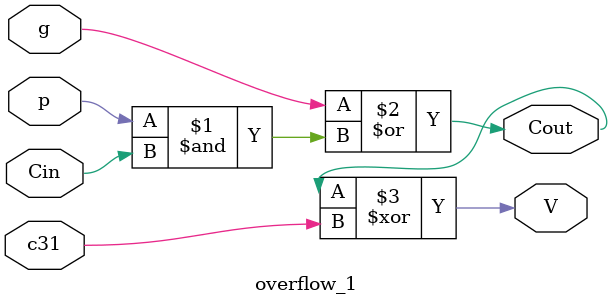
<source format=v>
module overflow_1 (Cout, V, g, p, c31, Cin);
  output Cout, V;
  input g, p, c31, Cin;
  assign Cout = g|(p&Cin);
  assign V = Cout^c31;
endmodule
</source>
